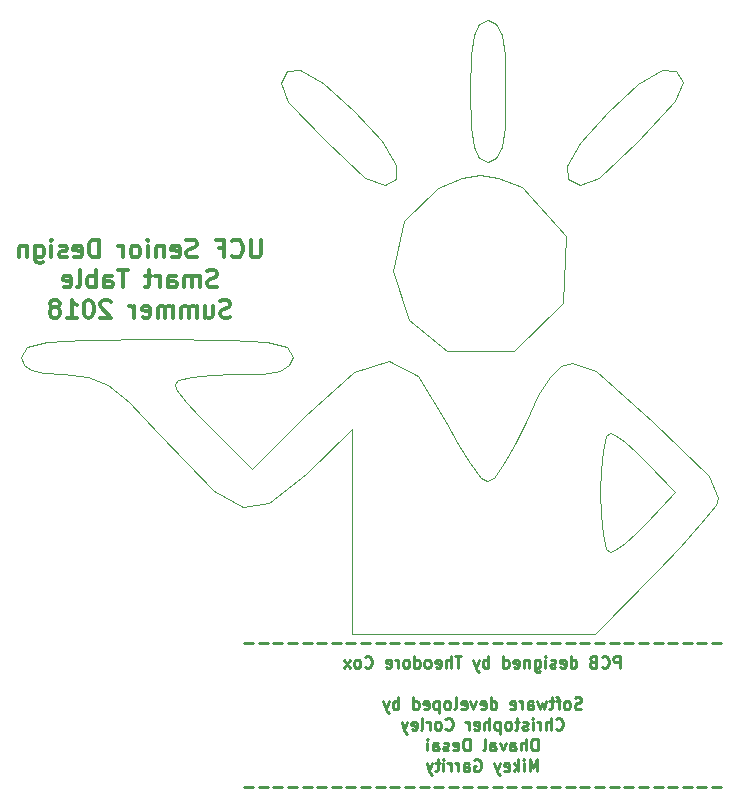
<source format=gbr>
G04 #@! TF.FileFunction,Legend,Bot*
%FSLAX46Y46*%
G04 Gerber Fmt 4.6, Leading zero omitted, Abs format (unit mm)*
G04 Created by KiCad (PCBNEW 4.0.7) date 06/10/18 15:24:31*
%MOMM*%
%LPD*%
G01*
G04 APERTURE LIST*
%ADD10C,0.100000*%
%ADD11C,0.250000*%
%ADD12C,0.300000*%
G04 APERTURE END LIST*
D10*
D11*
X120790472Y-129746429D02*
X120028567Y-129746429D01*
X119552377Y-129746429D02*
X118790472Y-129746429D01*
X118314282Y-129746429D02*
X117552377Y-129746429D01*
X117076187Y-129746429D02*
X116314282Y-129746429D01*
X115838092Y-129746429D02*
X115076187Y-129746429D01*
X114599997Y-129746429D02*
X113838092Y-129746429D01*
X113361902Y-129746429D02*
X112599997Y-129746429D01*
X112123807Y-129746429D02*
X111361902Y-129746429D01*
X110885712Y-129746429D02*
X110123807Y-129746429D01*
X109647617Y-129746429D02*
X108885712Y-129746429D01*
X108409522Y-129746429D02*
X107647617Y-129746429D01*
X107171427Y-129746429D02*
X106409522Y-129746429D01*
X105933332Y-129746429D02*
X105171427Y-129746429D01*
X104695237Y-129746429D02*
X103933332Y-129746429D01*
X103457142Y-129746429D02*
X102695237Y-129746429D01*
X102219047Y-129746429D02*
X101457142Y-129746429D01*
X100980952Y-129746429D02*
X100219047Y-129746429D01*
X99742857Y-129746429D02*
X98980952Y-129746429D01*
X98504762Y-129746429D02*
X97742857Y-129746429D01*
X97266667Y-129746429D02*
X96504762Y-129746429D01*
X96028572Y-129746429D02*
X95266667Y-129746429D01*
X94790477Y-129746429D02*
X94028572Y-129746429D01*
X93552382Y-129746429D02*
X92790477Y-129746429D01*
X92314287Y-129746429D02*
X91552382Y-129746429D01*
X91076192Y-129746429D02*
X90314287Y-129746429D01*
X89838097Y-129746429D02*
X89076192Y-129746429D01*
X88600002Y-129746429D02*
X87838097Y-129746429D01*
X87361907Y-129746429D02*
X86600002Y-129746429D01*
X86123812Y-129746429D02*
X85361907Y-129746429D01*
X84885717Y-129746429D02*
X84123812Y-129746429D01*
X83647622Y-129746429D02*
X82885717Y-129746429D01*
X82409527Y-129746429D02*
X81647622Y-129746429D01*
X81171432Y-129746429D02*
X80409527Y-129746429D01*
X112242859Y-131877381D02*
X112242859Y-130877381D01*
X111861906Y-130877381D01*
X111766668Y-130925000D01*
X111719049Y-130972619D01*
X111671430Y-131067857D01*
X111671430Y-131210714D01*
X111719049Y-131305952D01*
X111766668Y-131353571D01*
X111861906Y-131401190D01*
X112242859Y-131401190D01*
X110671430Y-131782143D02*
X110719049Y-131829762D01*
X110861906Y-131877381D01*
X110957144Y-131877381D01*
X111100002Y-131829762D01*
X111195240Y-131734524D01*
X111242859Y-131639286D01*
X111290478Y-131448810D01*
X111290478Y-131305952D01*
X111242859Y-131115476D01*
X111195240Y-131020238D01*
X111100002Y-130925000D01*
X110957144Y-130877381D01*
X110861906Y-130877381D01*
X110719049Y-130925000D01*
X110671430Y-130972619D01*
X109909525Y-131353571D02*
X109766668Y-131401190D01*
X109719049Y-131448810D01*
X109671430Y-131544048D01*
X109671430Y-131686905D01*
X109719049Y-131782143D01*
X109766668Y-131829762D01*
X109861906Y-131877381D01*
X110242859Y-131877381D01*
X110242859Y-130877381D01*
X109909525Y-130877381D01*
X109814287Y-130925000D01*
X109766668Y-130972619D01*
X109719049Y-131067857D01*
X109719049Y-131163095D01*
X109766668Y-131258333D01*
X109814287Y-131305952D01*
X109909525Y-131353571D01*
X110242859Y-131353571D01*
X108052382Y-131877381D02*
X108052382Y-130877381D01*
X108052382Y-131829762D02*
X108147620Y-131877381D01*
X108338097Y-131877381D01*
X108433335Y-131829762D01*
X108480954Y-131782143D01*
X108528573Y-131686905D01*
X108528573Y-131401190D01*
X108480954Y-131305952D01*
X108433335Y-131258333D01*
X108338097Y-131210714D01*
X108147620Y-131210714D01*
X108052382Y-131258333D01*
X107195239Y-131829762D02*
X107290477Y-131877381D01*
X107480954Y-131877381D01*
X107576192Y-131829762D01*
X107623811Y-131734524D01*
X107623811Y-131353571D01*
X107576192Y-131258333D01*
X107480954Y-131210714D01*
X107290477Y-131210714D01*
X107195239Y-131258333D01*
X107147620Y-131353571D01*
X107147620Y-131448810D01*
X107623811Y-131544048D01*
X106766668Y-131829762D02*
X106671430Y-131877381D01*
X106480954Y-131877381D01*
X106385715Y-131829762D01*
X106338096Y-131734524D01*
X106338096Y-131686905D01*
X106385715Y-131591667D01*
X106480954Y-131544048D01*
X106623811Y-131544048D01*
X106719049Y-131496429D01*
X106766668Y-131401190D01*
X106766668Y-131353571D01*
X106719049Y-131258333D01*
X106623811Y-131210714D01*
X106480954Y-131210714D01*
X106385715Y-131258333D01*
X105909525Y-131877381D02*
X105909525Y-131210714D01*
X105909525Y-130877381D02*
X105957144Y-130925000D01*
X105909525Y-130972619D01*
X105861906Y-130925000D01*
X105909525Y-130877381D01*
X105909525Y-130972619D01*
X105004763Y-131210714D02*
X105004763Y-132020238D01*
X105052382Y-132115476D01*
X105100001Y-132163095D01*
X105195240Y-132210714D01*
X105338097Y-132210714D01*
X105433335Y-132163095D01*
X105004763Y-131829762D02*
X105100001Y-131877381D01*
X105290478Y-131877381D01*
X105385716Y-131829762D01*
X105433335Y-131782143D01*
X105480954Y-131686905D01*
X105480954Y-131401190D01*
X105433335Y-131305952D01*
X105385716Y-131258333D01*
X105290478Y-131210714D01*
X105100001Y-131210714D01*
X105004763Y-131258333D01*
X104528573Y-131210714D02*
X104528573Y-131877381D01*
X104528573Y-131305952D02*
X104480954Y-131258333D01*
X104385716Y-131210714D01*
X104242858Y-131210714D01*
X104147620Y-131258333D01*
X104100001Y-131353571D01*
X104100001Y-131877381D01*
X103242858Y-131829762D02*
X103338096Y-131877381D01*
X103528573Y-131877381D01*
X103623811Y-131829762D01*
X103671430Y-131734524D01*
X103671430Y-131353571D01*
X103623811Y-131258333D01*
X103528573Y-131210714D01*
X103338096Y-131210714D01*
X103242858Y-131258333D01*
X103195239Y-131353571D01*
X103195239Y-131448810D01*
X103671430Y-131544048D01*
X102338096Y-131877381D02*
X102338096Y-130877381D01*
X102338096Y-131829762D02*
X102433334Y-131877381D01*
X102623811Y-131877381D01*
X102719049Y-131829762D01*
X102766668Y-131782143D01*
X102814287Y-131686905D01*
X102814287Y-131401190D01*
X102766668Y-131305952D01*
X102719049Y-131258333D01*
X102623811Y-131210714D01*
X102433334Y-131210714D01*
X102338096Y-131258333D01*
X101100001Y-131877381D02*
X101100001Y-130877381D01*
X101100001Y-131258333D02*
X101004763Y-131210714D01*
X100814286Y-131210714D01*
X100719048Y-131258333D01*
X100671429Y-131305952D01*
X100623810Y-131401190D01*
X100623810Y-131686905D01*
X100671429Y-131782143D01*
X100719048Y-131829762D01*
X100814286Y-131877381D01*
X101004763Y-131877381D01*
X101100001Y-131829762D01*
X100290477Y-131210714D02*
X100052382Y-131877381D01*
X99814286Y-131210714D02*
X100052382Y-131877381D01*
X100147620Y-132115476D01*
X100195239Y-132163095D01*
X100290477Y-132210714D01*
X98814286Y-130877381D02*
X98242857Y-130877381D01*
X98528572Y-131877381D02*
X98528572Y-130877381D01*
X97909524Y-131877381D02*
X97909524Y-130877381D01*
X97480952Y-131877381D02*
X97480952Y-131353571D01*
X97528571Y-131258333D01*
X97623809Y-131210714D01*
X97766667Y-131210714D01*
X97861905Y-131258333D01*
X97909524Y-131305952D01*
X96623809Y-131829762D02*
X96719047Y-131877381D01*
X96909524Y-131877381D01*
X97004762Y-131829762D01*
X97052381Y-131734524D01*
X97052381Y-131353571D01*
X97004762Y-131258333D01*
X96909524Y-131210714D01*
X96719047Y-131210714D01*
X96623809Y-131258333D01*
X96576190Y-131353571D01*
X96576190Y-131448810D01*
X97052381Y-131544048D01*
X96004762Y-131877381D02*
X96100000Y-131829762D01*
X96147619Y-131782143D01*
X96195238Y-131686905D01*
X96195238Y-131401190D01*
X96147619Y-131305952D01*
X96100000Y-131258333D01*
X96004762Y-131210714D01*
X95861904Y-131210714D01*
X95766666Y-131258333D01*
X95719047Y-131305952D01*
X95671428Y-131401190D01*
X95671428Y-131686905D01*
X95719047Y-131782143D01*
X95766666Y-131829762D01*
X95861904Y-131877381D01*
X96004762Y-131877381D01*
X94814285Y-131877381D02*
X94814285Y-130877381D01*
X94814285Y-131829762D02*
X94909523Y-131877381D01*
X95100000Y-131877381D01*
X95195238Y-131829762D01*
X95242857Y-131782143D01*
X95290476Y-131686905D01*
X95290476Y-131401190D01*
X95242857Y-131305952D01*
X95195238Y-131258333D01*
X95100000Y-131210714D01*
X94909523Y-131210714D01*
X94814285Y-131258333D01*
X94195238Y-131877381D02*
X94290476Y-131829762D01*
X94338095Y-131782143D01*
X94385714Y-131686905D01*
X94385714Y-131401190D01*
X94338095Y-131305952D01*
X94290476Y-131258333D01*
X94195238Y-131210714D01*
X94052380Y-131210714D01*
X93957142Y-131258333D01*
X93909523Y-131305952D01*
X93861904Y-131401190D01*
X93861904Y-131686905D01*
X93909523Y-131782143D01*
X93957142Y-131829762D01*
X94052380Y-131877381D01*
X94195238Y-131877381D01*
X93433333Y-131877381D02*
X93433333Y-131210714D01*
X93433333Y-131401190D02*
X93385714Y-131305952D01*
X93338095Y-131258333D01*
X93242857Y-131210714D01*
X93147618Y-131210714D01*
X92433332Y-131829762D02*
X92528570Y-131877381D01*
X92719047Y-131877381D01*
X92814285Y-131829762D01*
X92861904Y-131734524D01*
X92861904Y-131353571D01*
X92814285Y-131258333D01*
X92719047Y-131210714D01*
X92528570Y-131210714D01*
X92433332Y-131258333D01*
X92385713Y-131353571D01*
X92385713Y-131448810D01*
X92861904Y-131544048D01*
X90623808Y-131782143D02*
X90671427Y-131829762D01*
X90814284Y-131877381D01*
X90909522Y-131877381D01*
X91052380Y-131829762D01*
X91147618Y-131734524D01*
X91195237Y-131639286D01*
X91242856Y-131448810D01*
X91242856Y-131305952D01*
X91195237Y-131115476D01*
X91147618Y-131020238D01*
X91052380Y-130925000D01*
X90909522Y-130877381D01*
X90814284Y-130877381D01*
X90671427Y-130925000D01*
X90623808Y-130972619D01*
X90052380Y-131877381D02*
X90147618Y-131829762D01*
X90195237Y-131782143D01*
X90242856Y-131686905D01*
X90242856Y-131401190D01*
X90195237Y-131305952D01*
X90147618Y-131258333D01*
X90052380Y-131210714D01*
X89909522Y-131210714D01*
X89814284Y-131258333D01*
X89766665Y-131305952D01*
X89719046Y-131401190D01*
X89719046Y-131686905D01*
X89766665Y-131782143D01*
X89814284Y-131829762D01*
X89909522Y-131877381D01*
X90052380Y-131877381D01*
X89385713Y-131877381D02*
X88861903Y-131210714D01*
X89385713Y-131210714D02*
X88861903Y-131877381D01*
X108957145Y-135329762D02*
X108814288Y-135377381D01*
X108576192Y-135377381D01*
X108480954Y-135329762D01*
X108433335Y-135282143D01*
X108385716Y-135186905D01*
X108385716Y-135091667D01*
X108433335Y-134996429D01*
X108480954Y-134948810D01*
X108576192Y-134901190D01*
X108766669Y-134853571D01*
X108861907Y-134805952D01*
X108909526Y-134758333D01*
X108957145Y-134663095D01*
X108957145Y-134567857D01*
X108909526Y-134472619D01*
X108861907Y-134425000D01*
X108766669Y-134377381D01*
X108528573Y-134377381D01*
X108385716Y-134425000D01*
X107814288Y-135377381D02*
X107909526Y-135329762D01*
X107957145Y-135282143D01*
X108004764Y-135186905D01*
X108004764Y-134901190D01*
X107957145Y-134805952D01*
X107909526Y-134758333D01*
X107814288Y-134710714D01*
X107671430Y-134710714D01*
X107576192Y-134758333D01*
X107528573Y-134805952D01*
X107480954Y-134901190D01*
X107480954Y-135186905D01*
X107528573Y-135282143D01*
X107576192Y-135329762D01*
X107671430Y-135377381D01*
X107814288Y-135377381D01*
X107195240Y-134710714D02*
X106814288Y-134710714D01*
X107052383Y-135377381D02*
X107052383Y-134520238D01*
X107004764Y-134425000D01*
X106909526Y-134377381D01*
X106814288Y-134377381D01*
X106623811Y-134710714D02*
X106242859Y-134710714D01*
X106480954Y-134377381D02*
X106480954Y-135234524D01*
X106433335Y-135329762D01*
X106338097Y-135377381D01*
X106242859Y-135377381D01*
X106004763Y-134710714D02*
X105814287Y-135377381D01*
X105623810Y-134901190D01*
X105433334Y-135377381D01*
X105242858Y-134710714D01*
X104433334Y-135377381D02*
X104433334Y-134853571D01*
X104480953Y-134758333D01*
X104576191Y-134710714D01*
X104766668Y-134710714D01*
X104861906Y-134758333D01*
X104433334Y-135329762D02*
X104528572Y-135377381D01*
X104766668Y-135377381D01*
X104861906Y-135329762D01*
X104909525Y-135234524D01*
X104909525Y-135139286D01*
X104861906Y-135044048D01*
X104766668Y-134996429D01*
X104528572Y-134996429D01*
X104433334Y-134948810D01*
X103957144Y-135377381D02*
X103957144Y-134710714D01*
X103957144Y-134901190D02*
X103909525Y-134805952D01*
X103861906Y-134758333D01*
X103766668Y-134710714D01*
X103671429Y-134710714D01*
X102957143Y-135329762D02*
X103052381Y-135377381D01*
X103242858Y-135377381D01*
X103338096Y-135329762D01*
X103385715Y-135234524D01*
X103385715Y-134853571D01*
X103338096Y-134758333D01*
X103242858Y-134710714D01*
X103052381Y-134710714D01*
X102957143Y-134758333D01*
X102909524Y-134853571D01*
X102909524Y-134948810D01*
X103385715Y-135044048D01*
X101290476Y-135377381D02*
X101290476Y-134377381D01*
X101290476Y-135329762D02*
X101385714Y-135377381D01*
X101576191Y-135377381D01*
X101671429Y-135329762D01*
X101719048Y-135282143D01*
X101766667Y-135186905D01*
X101766667Y-134901190D01*
X101719048Y-134805952D01*
X101671429Y-134758333D01*
X101576191Y-134710714D01*
X101385714Y-134710714D01*
X101290476Y-134758333D01*
X100433333Y-135329762D02*
X100528571Y-135377381D01*
X100719048Y-135377381D01*
X100814286Y-135329762D01*
X100861905Y-135234524D01*
X100861905Y-134853571D01*
X100814286Y-134758333D01*
X100719048Y-134710714D01*
X100528571Y-134710714D01*
X100433333Y-134758333D01*
X100385714Y-134853571D01*
X100385714Y-134948810D01*
X100861905Y-135044048D01*
X100052381Y-134710714D02*
X99814286Y-135377381D01*
X99576190Y-134710714D01*
X98814285Y-135329762D02*
X98909523Y-135377381D01*
X99100000Y-135377381D01*
X99195238Y-135329762D01*
X99242857Y-135234524D01*
X99242857Y-134853571D01*
X99195238Y-134758333D01*
X99100000Y-134710714D01*
X98909523Y-134710714D01*
X98814285Y-134758333D01*
X98766666Y-134853571D01*
X98766666Y-134948810D01*
X99242857Y-135044048D01*
X98195238Y-135377381D02*
X98290476Y-135329762D01*
X98338095Y-135234524D01*
X98338095Y-134377381D01*
X97671428Y-135377381D02*
X97766666Y-135329762D01*
X97814285Y-135282143D01*
X97861904Y-135186905D01*
X97861904Y-134901190D01*
X97814285Y-134805952D01*
X97766666Y-134758333D01*
X97671428Y-134710714D01*
X97528570Y-134710714D01*
X97433332Y-134758333D01*
X97385713Y-134805952D01*
X97338094Y-134901190D01*
X97338094Y-135186905D01*
X97385713Y-135282143D01*
X97433332Y-135329762D01*
X97528570Y-135377381D01*
X97671428Y-135377381D01*
X96909523Y-134710714D02*
X96909523Y-135710714D01*
X96909523Y-134758333D02*
X96814285Y-134710714D01*
X96623808Y-134710714D01*
X96528570Y-134758333D01*
X96480951Y-134805952D01*
X96433332Y-134901190D01*
X96433332Y-135186905D01*
X96480951Y-135282143D01*
X96528570Y-135329762D01*
X96623808Y-135377381D01*
X96814285Y-135377381D01*
X96909523Y-135329762D01*
X95623808Y-135329762D02*
X95719046Y-135377381D01*
X95909523Y-135377381D01*
X96004761Y-135329762D01*
X96052380Y-135234524D01*
X96052380Y-134853571D01*
X96004761Y-134758333D01*
X95909523Y-134710714D01*
X95719046Y-134710714D01*
X95623808Y-134758333D01*
X95576189Y-134853571D01*
X95576189Y-134948810D01*
X96052380Y-135044048D01*
X94719046Y-135377381D02*
X94719046Y-134377381D01*
X94719046Y-135329762D02*
X94814284Y-135377381D01*
X95004761Y-135377381D01*
X95099999Y-135329762D01*
X95147618Y-135282143D01*
X95195237Y-135186905D01*
X95195237Y-134901190D01*
X95147618Y-134805952D01*
X95099999Y-134758333D01*
X95004761Y-134710714D01*
X94814284Y-134710714D01*
X94719046Y-134758333D01*
X93480951Y-135377381D02*
X93480951Y-134377381D01*
X93480951Y-134758333D02*
X93385713Y-134710714D01*
X93195236Y-134710714D01*
X93099998Y-134758333D01*
X93052379Y-134805952D01*
X93004760Y-134901190D01*
X93004760Y-135186905D01*
X93052379Y-135282143D01*
X93099998Y-135329762D01*
X93195236Y-135377381D01*
X93385713Y-135377381D01*
X93480951Y-135329762D01*
X92671427Y-134710714D02*
X92433332Y-135377381D01*
X92195236Y-134710714D02*
X92433332Y-135377381D01*
X92528570Y-135615476D01*
X92576189Y-135663095D01*
X92671427Y-135710714D01*
X106790477Y-137032143D02*
X106838096Y-137079762D01*
X106980953Y-137127381D01*
X107076191Y-137127381D01*
X107219049Y-137079762D01*
X107314287Y-136984524D01*
X107361906Y-136889286D01*
X107409525Y-136698810D01*
X107409525Y-136555952D01*
X107361906Y-136365476D01*
X107314287Y-136270238D01*
X107219049Y-136175000D01*
X107076191Y-136127381D01*
X106980953Y-136127381D01*
X106838096Y-136175000D01*
X106790477Y-136222619D01*
X106361906Y-137127381D02*
X106361906Y-136127381D01*
X105933334Y-137127381D02*
X105933334Y-136603571D01*
X105980953Y-136508333D01*
X106076191Y-136460714D01*
X106219049Y-136460714D01*
X106314287Y-136508333D01*
X106361906Y-136555952D01*
X105457144Y-137127381D02*
X105457144Y-136460714D01*
X105457144Y-136651190D02*
X105409525Y-136555952D01*
X105361906Y-136508333D01*
X105266668Y-136460714D01*
X105171429Y-136460714D01*
X104838096Y-137127381D02*
X104838096Y-136460714D01*
X104838096Y-136127381D02*
X104885715Y-136175000D01*
X104838096Y-136222619D01*
X104790477Y-136175000D01*
X104838096Y-136127381D01*
X104838096Y-136222619D01*
X104409525Y-137079762D02*
X104314287Y-137127381D01*
X104123811Y-137127381D01*
X104028572Y-137079762D01*
X103980953Y-136984524D01*
X103980953Y-136936905D01*
X104028572Y-136841667D01*
X104123811Y-136794048D01*
X104266668Y-136794048D01*
X104361906Y-136746429D01*
X104409525Y-136651190D01*
X104409525Y-136603571D01*
X104361906Y-136508333D01*
X104266668Y-136460714D01*
X104123811Y-136460714D01*
X104028572Y-136508333D01*
X103695239Y-136460714D02*
X103314287Y-136460714D01*
X103552382Y-136127381D02*
X103552382Y-136984524D01*
X103504763Y-137079762D01*
X103409525Y-137127381D01*
X103314287Y-137127381D01*
X102838096Y-137127381D02*
X102933334Y-137079762D01*
X102980953Y-137032143D01*
X103028572Y-136936905D01*
X103028572Y-136651190D01*
X102980953Y-136555952D01*
X102933334Y-136508333D01*
X102838096Y-136460714D01*
X102695238Y-136460714D01*
X102600000Y-136508333D01*
X102552381Y-136555952D01*
X102504762Y-136651190D01*
X102504762Y-136936905D01*
X102552381Y-137032143D01*
X102600000Y-137079762D01*
X102695238Y-137127381D01*
X102838096Y-137127381D01*
X102076191Y-136460714D02*
X102076191Y-137460714D01*
X102076191Y-136508333D02*
X101980953Y-136460714D01*
X101790476Y-136460714D01*
X101695238Y-136508333D01*
X101647619Y-136555952D01*
X101600000Y-136651190D01*
X101600000Y-136936905D01*
X101647619Y-137032143D01*
X101695238Y-137079762D01*
X101790476Y-137127381D01*
X101980953Y-137127381D01*
X102076191Y-137079762D01*
X101171429Y-137127381D02*
X101171429Y-136127381D01*
X100742857Y-137127381D02*
X100742857Y-136603571D01*
X100790476Y-136508333D01*
X100885714Y-136460714D01*
X101028572Y-136460714D01*
X101123810Y-136508333D01*
X101171429Y-136555952D01*
X99885714Y-137079762D02*
X99980952Y-137127381D01*
X100171429Y-137127381D01*
X100266667Y-137079762D01*
X100314286Y-136984524D01*
X100314286Y-136603571D01*
X100266667Y-136508333D01*
X100171429Y-136460714D01*
X99980952Y-136460714D01*
X99885714Y-136508333D01*
X99838095Y-136603571D01*
X99838095Y-136698810D01*
X100314286Y-136794048D01*
X99409524Y-137127381D02*
X99409524Y-136460714D01*
X99409524Y-136651190D02*
X99361905Y-136555952D01*
X99314286Y-136508333D01*
X99219048Y-136460714D01*
X99123809Y-136460714D01*
X97457142Y-137032143D02*
X97504761Y-137079762D01*
X97647618Y-137127381D01*
X97742856Y-137127381D01*
X97885714Y-137079762D01*
X97980952Y-136984524D01*
X98028571Y-136889286D01*
X98076190Y-136698810D01*
X98076190Y-136555952D01*
X98028571Y-136365476D01*
X97980952Y-136270238D01*
X97885714Y-136175000D01*
X97742856Y-136127381D01*
X97647618Y-136127381D01*
X97504761Y-136175000D01*
X97457142Y-136222619D01*
X96885714Y-137127381D02*
X96980952Y-137079762D01*
X97028571Y-137032143D01*
X97076190Y-136936905D01*
X97076190Y-136651190D01*
X97028571Y-136555952D01*
X96980952Y-136508333D01*
X96885714Y-136460714D01*
X96742856Y-136460714D01*
X96647618Y-136508333D01*
X96599999Y-136555952D01*
X96552380Y-136651190D01*
X96552380Y-136936905D01*
X96599999Y-137032143D01*
X96647618Y-137079762D01*
X96742856Y-137127381D01*
X96885714Y-137127381D01*
X96123809Y-137127381D02*
X96123809Y-136460714D01*
X96123809Y-136651190D02*
X96076190Y-136555952D01*
X96028571Y-136508333D01*
X95933333Y-136460714D01*
X95838094Y-136460714D01*
X95361904Y-137127381D02*
X95457142Y-137079762D01*
X95504761Y-136984524D01*
X95504761Y-136127381D01*
X94599998Y-137079762D02*
X94695236Y-137127381D01*
X94885713Y-137127381D01*
X94980951Y-137079762D01*
X95028570Y-136984524D01*
X95028570Y-136603571D01*
X94980951Y-136508333D01*
X94885713Y-136460714D01*
X94695236Y-136460714D01*
X94599998Y-136508333D01*
X94552379Y-136603571D01*
X94552379Y-136698810D01*
X95028570Y-136794048D01*
X94219046Y-136460714D02*
X93980951Y-137127381D01*
X93742855Y-136460714D02*
X93980951Y-137127381D01*
X94076189Y-137365476D01*
X94123808Y-137413095D01*
X94219046Y-137460714D01*
X105266667Y-138877381D02*
X105266667Y-137877381D01*
X105028572Y-137877381D01*
X104885714Y-137925000D01*
X104790476Y-138020238D01*
X104742857Y-138115476D01*
X104695238Y-138305952D01*
X104695238Y-138448810D01*
X104742857Y-138639286D01*
X104790476Y-138734524D01*
X104885714Y-138829762D01*
X105028572Y-138877381D01*
X105266667Y-138877381D01*
X104266667Y-138877381D02*
X104266667Y-137877381D01*
X103838095Y-138877381D02*
X103838095Y-138353571D01*
X103885714Y-138258333D01*
X103980952Y-138210714D01*
X104123810Y-138210714D01*
X104219048Y-138258333D01*
X104266667Y-138305952D01*
X102933333Y-138877381D02*
X102933333Y-138353571D01*
X102980952Y-138258333D01*
X103076190Y-138210714D01*
X103266667Y-138210714D01*
X103361905Y-138258333D01*
X102933333Y-138829762D02*
X103028571Y-138877381D01*
X103266667Y-138877381D01*
X103361905Y-138829762D01*
X103409524Y-138734524D01*
X103409524Y-138639286D01*
X103361905Y-138544048D01*
X103266667Y-138496429D01*
X103028571Y-138496429D01*
X102933333Y-138448810D01*
X102552381Y-138210714D02*
X102314286Y-138877381D01*
X102076190Y-138210714D01*
X101266666Y-138877381D02*
X101266666Y-138353571D01*
X101314285Y-138258333D01*
X101409523Y-138210714D01*
X101600000Y-138210714D01*
X101695238Y-138258333D01*
X101266666Y-138829762D02*
X101361904Y-138877381D01*
X101600000Y-138877381D01*
X101695238Y-138829762D01*
X101742857Y-138734524D01*
X101742857Y-138639286D01*
X101695238Y-138544048D01*
X101600000Y-138496429D01*
X101361904Y-138496429D01*
X101266666Y-138448810D01*
X100647619Y-138877381D02*
X100742857Y-138829762D01*
X100790476Y-138734524D01*
X100790476Y-137877381D01*
X99504761Y-138877381D02*
X99504761Y-137877381D01*
X99266666Y-137877381D01*
X99123808Y-137925000D01*
X99028570Y-138020238D01*
X98980951Y-138115476D01*
X98933332Y-138305952D01*
X98933332Y-138448810D01*
X98980951Y-138639286D01*
X99028570Y-138734524D01*
X99123808Y-138829762D01*
X99266666Y-138877381D01*
X99504761Y-138877381D01*
X98123808Y-138829762D02*
X98219046Y-138877381D01*
X98409523Y-138877381D01*
X98504761Y-138829762D01*
X98552380Y-138734524D01*
X98552380Y-138353571D01*
X98504761Y-138258333D01*
X98409523Y-138210714D01*
X98219046Y-138210714D01*
X98123808Y-138258333D01*
X98076189Y-138353571D01*
X98076189Y-138448810D01*
X98552380Y-138544048D01*
X97695237Y-138829762D02*
X97599999Y-138877381D01*
X97409523Y-138877381D01*
X97314284Y-138829762D01*
X97266665Y-138734524D01*
X97266665Y-138686905D01*
X97314284Y-138591667D01*
X97409523Y-138544048D01*
X97552380Y-138544048D01*
X97647618Y-138496429D01*
X97695237Y-138401190D01*
X97695237Y-138353571D01*
X97647618Y-138258333D01*
X97552380Y-138210714D01*
X97409523Y-138210714D01*
X97314284Y-138258333D01*
X96409522Y-138877381D02*
X96409522Y-138353571D01*
X96457141Y-138258333D01*
X96552379Y-138210714D01*
X96742856Y-138210714D01*
X96838094Y-138258333D01*
X96409522Y-138829762D02*
X96504760Y-138877381D01*
X96742856Y-138877381D01*
X96838094Y-138829762D01*
X96885713Y-138734524D01*
X96885713Y-138639286D01*
X96838094Y-138544048D01*
X96742856Y-138496429D01*
X96504760Y-138496429D01*
X96409522Y-138448810D01*
X95933332Y-138877381D02*
X95933332Y-138210714D01*
X95933332Y-137877381D02*
X95980951Y-137925000D01*
X95933332Y-137972619D01*
X95885713Y-137925000D01*
X95933332Y-137877381D01*
X95933332Y-137972619D01*
X105242858Y-140627381D02*
X105242858Y-139627381D01*
X104909524Y-140341667D01*
X104576191Y-139627381D01*
X104576191Y-140627381D01*
X104100001Y-140627381D02*
X104100001Y-139960714D01*
X104100001Y-139627381D02*
X104147620Y-139675000D01*
X104100001Y-139722619D01*
X104052382Y-139675000D01*
X104100001Y-139627381D01*
X104100001Y-139722619D01*
X103623811Y-140627381D02*
X103623811Y-139627381D01*
X103528573Y-140246429D02*
X103242858Y-140627381D01*
X103242858Y-139960714D02*
X103623811Y-140341667D01*
X102433334Y-140579762D02*
X102528572Y-140627381D01*
X102719049Y-140627381D01*
X102814287Y-140579762D01*
X102861906Y-140484524D01*
X102861906Y-140103571D01*
X102814287Y-140008333D01*
X102719049Y-139960714D01*
X102528572Y-139960714D01*
X102433334Y-140008333D01*
X102385715Y-140103571D01*
X102385715Y-140198810D01*
X102861906Y-140294048D01*
X102052382Y-139960714D02*
X101814287Y-140627381D01*
X101576191Y-139960714D02*
X101814287Y-140627381D01*
X101909525Y-140865476D01*
X101957144Y-140913095D01*
X102052382Y-140960714D01*
X99909524Y-139675000D02*
X100004762Y-139627381D01*
X100147619Y-139627381D01*
X100290477Y-139675000D01*
X100385715Y-139770238D01*
X100433334Y-139865476D01*
X100480953Y-140055952D01*
X100480953Y-140198810D01*
X100433334Y-140389286D01*
X100385715Y-140484524D01*
X100290477Y-140579762D01*
X100147619Y-140627381D01*
X100052381Y-140627381D01*
X99909524Y-140579762D01*
X99861905Y-140532143D01*
X99861905Y-140198810D01*
X100052381Y-140198810D01*
X99004762Y-140627381D02*
X99004762Y-140103571D01*
X99052381Y-140008333D01*
X99147619Y-139960714D01*
X99338096Y-139960714D01*
X99433334Y-140008333D01*
X99004762Y-140579762D02*
X99100000Y-140627381D01*
X99338096Y-140627381D01*
X99433334Y-140579762D01*
X99480953Y-140484524D01*
X99480953Y-140389286D01*
X99433334Y-140294048D01*
X99338096Y-140246429D01*
X99100000Y-140246429D01*
X99004762Y-140198810D01*
X98528572Y-140627381D02*
X98528572Y-139960714D01*
X98528572Y-140151190D02*
X98480953Y-140055952D01*
X98433334Y-140008333D01*
X98338096Y-139960714D01*
X98242857Y-139960714D01*
X97909524Y-140627381D02*
X97909524Y-139960714D01*
X97909524Y-140151190D02*
X97861905Y-140055952D01*
X97814286Y-140008333D01*
X97719048Y-139960714D01*
X97623809Y-139960714D01*
X97290476Y-140627381D02*
X97290476Y-139960714D01*
X97290476Y-139627381D02*
X97338095Y-139675000D01*
X97290476Y-139722619D01*
X97242857Y-139675000D01*
X97290476Y-139627381D01*
X97290476Y-139722619D01*
X96957143Y-139960714D02*
X96576191Y-139960714D01*
X96814286Y-139627381D02*
X96814286Y-140484524D01*
X96766667Y-140579762D01*
X96671429Y-140627381D01*
X96576191Y-140627381D01*
X96338095Y-139960714D02*
X96100000Y-140627381D01*
X95861904Y-139960714D02*
X96100000Y-140627381D01*
X96195238Y-140865476D01*
X96242857Y-140913095D01*
X96338095Y-140960714D01*
X120790472Y-141996429D02*
X120028567Y-141996429D01*
X119552377Y-141996429D02*
X118790472Y-141996429D01*
X118314282Y-141996429D02*
X117552377Y-141996429D01*
X117076187Y-141996429D02*
X116314282Y-141996429D01*
X115838092Y-141996429D02*
X115076187Y-141996429D01*
X114599997Y-141996429D02*
X113838092Y-141996429D01*
X113361902Y-141996429D02*
X112599997Y-141996429D01*
X112123807Y-141996429D02*
X111361902Y-141996429D01*
X110885712Y-141996429D02*
X110123807Y-141996429D01*
X109647617Y-141996429D02*
X108885712Y-141996429D01*
X108409522Y-141996429D02*
X107647617Y-141996429D01*
X107171427Y-141996429D02*
X106409522Y-141996429D01*
X105933332Y-141996429D02*
X105171427Y-141996429D01*
X104695237Y-141996429D02*
X103933332Y-141996429D01*
X103457142Y-141996429D02*
X102695237Y-141996429D01*
X102219047Y-141996429D02*
X101457142Y-141996429D01*
X100980952Y-141996429D02*
X100219047Y-141996429D01*
X99742857Y-141996429D02*
X98980952Y-141996429D01*
X98504762Y-141996429D02*
X97742857Y-141996429D01*
X97266667Y-141996429D02*
X96504762Y-141996429D01*
X96028572Y-141996429D02*
X95266667Y-141996429D01*
X94790477Y-141996429D02*
X94028572Y-141996429D01*
X93552382Y-141996429D02*
X92790477Y-141996429D01*
X92314287Y-141996429D02*
X91552382Y-141996429D01*
X91076192Y-141996429D02*
X90314287Y-141996429D01*
X89838097Y-141996429D02*
X89076192Y-141996429D01*
X88600002Y-141996429D02*
X87838097Y-141996429D01*
X87361907Y-141996429D02*
X86600002Y-141996429D01*
X86123812Y-141996429D02*
X85361907Y-141996429D01*
X84885717Y-141996429D02*
X84123812Y-141996429D01*
X83647622Y-141996429D02*
X82885717Y-141996429D01*
X82409527Y-141996429D02*
X81647622Y-141996429D01*
X81171432Y-141996429D02*
X80409527Y-141996429D01*
D12*
X81814285Y-95628571D02*
X81814285Y-96842857D01*
X81742857Y-96985714D01*
X81671428Y-97057143D01*
X81528571Y-97128571D01*
X81242857Y-97128571D01*
X81099999Y-97057143D01*
X81028571Y-96985714D01*
X80957142Y-96842857D01*
X80957142Y-95628571D01*
X79385713Y-96985714D02*
X79457142Y-97057143D01*
X79671428Y-97128571D01*
X79814285Y-97128571D01*
X80028570Y-97057143D01*
X80171428Y-96914286D01*
X80242856Y-96771429D01*
X80314285Y-96485714D01*
X80314285Y-96271429D01*
X80242856Y-95985714D01*
X80171428Y-95842857D01*
X80028570Y-95700000D01*
X79814285Y-95628571D01*
X79671428Y-95628571D01*
X79457142Y-95700000D01*
X79385713Y-95771429D01*
X78242856Y-96342857D02*
X78742856Y-96342857D01*
X78742856Y-97128571D02*
X78742856Y-95628571D01*
X78028570Y-95628571D01*
X76385714Y-97057143D02*
X76171428Y-97128571D01*
X75814285Y-97128571D01*
X75671428Y-97057143D01*
X75599999Y-96985714D01*
X75528571Y-96842857D01*
X75528571Y-96700000D01*
X75599999Y-96557143D01*
X75671428Y-96485714D01*
X75814285Y-96414286D01*
X76099999Y-96342857D01*
X76242857Y-96271429D01*
X76314285Y-96200000D01*
X76385714Y-96057143D01*
X76385714Y-95914286D01*
X76314285Y-95771429D01*
X76242857Y-95700000D01*
X76099999Y-95628571D01*
X75742857Y-95628571D01*
X75528571Y-95700000D01*
X74314286Y-97057143D02*
X74457143Y-97128571D01*
X74742857Y-97128571D01*
X74885714Y-97057143D01*
X74957143Y-96914286D01*
X74957143Y-96342857D01*
X74885714Y-96200000D01*
X74742857Y-96128571D01*
X74457143Y-96128571D01*
X74314286Y-96200000D01*
X74242857Y-96342857D01*
X74242857Y-96485714D01*
X74957143Y-96628571D01*
X73600000Y-96128571D02*
X73600000Y-97128571D01*
X73600000Y-96271429D02*
X73528572Y-96200000D01*
X73385714Y-96128571D01*
X73171429Y-96128571D01*
X73028572Y-96200000D01*
X72957143Y-96342857D01*
X72957143Y-97128571D01*
X72242857Y-97128571D02*
X72242857Y-96128571D01*
X72242857Y-95628571D02*
X72314286Y-95700000D01*
X72242857Y-95771429D01*
X72171429Y-95700000D01*
X72242857Y-95628571D01*
X72242857Y-95771429D01*
X71314285Y-97128571D02*
X71457143Y-97057143D01*
X71528571Y-96985714D01*
X71600000Y-96842857D01*
X71600000Y-96414286D01*
X71528571Y-96271429D01*
X71457143Y-96200000D01*
X71314285Y-96128571D01*
X71100000Y-96128571D01*
X70957143Y-96200000D01*
X70885714Y-96271429D01*
X70814285Y-96414286D01*
X70814285Y-96842857D01*
X70885714Y-96985714D01*
X70957143Y-97057143D01*
X71100000Y-97128571D01*
X71314285Y-97128571D01*
X70171428Y-97128571D02*
X70171428Y-96128571D01*
X70171428Y-96414286D02*
X70100000Y-96271429D01*
X70028571Y-96200000D01*
X69885714Y-96128571D01*
X69742857Y-96128571D01*
X68100000Y-97128571D02*
X68100000Y-95628571D01*
X67742857Y-95628571D01*
X67528572Y-95700000D01*
X67385714Y-95842857D01*
X67314286Y-95985714D01*
X67242857Y-96271429D01*
X67242857Y-96485714D01*
X67314286Y-96771429D01*
X67385714Y-96914286D01*
X67528572Y-97057143D01*
X67742857Y-97128571D01*
X68100000Y-97128571D01*
X66028572Y-97057143D02*
X66171429Y-97128571D01*
X66457143Y-97128571D01*
X66600000Y-97057143D01*
X66671429Y-96914286D01*
X66671429Y-96342857D01*
X66600000Y-96200000D01*
X66457143Y-96128571D01*
X66171429Y-96128571D01*
X66028572Y-96200000D01*
X65957143Y-96342857D01*
X65957143Y-96485714D01*
X66671429Y-96628571D01*
X65385715Y-97057143D02*
X65242858Y-97128571D01*
X64957143Y-97128571D01*
X64814286Y-97057143D01*
X64742858Y-96914286D01*
X64742858Y-96842857D01*
X64814286Y-96700000D01*
X64957143Y-96628571D01*
X65171429Y-96628571D01*
X65314286Y-96557143D01*
X65385715Y-96414286D01*
X65385715Y-96342857D01*
X65314286Y-96200000D01*
X65171429Y-96128571D01*
X64957143Y-96128571D01*
X64814286Y-96200000D01*
X64100000Y-97128571D02*
X64100000Y-96128571D01*
X64100000Y-95628571D02*
X64171429Y-95700000D01*
X64100000Y-95771429D01*
X64028572Y-95700000D01*
X64100000Y-95628571D01*
X64100000Y-95771429D01*
X62742857Y-96128571D02*
X62742857Y-97342857D01*
X62814286Y-97485714D01*
X62885714Y-97557143D01*
X63028571Y-97628571D01*
X63242857Y-97628571D01*
X63385714Y-97557143D01*
X62742857Y-97057143D02*
X62885714Y-97128571D01*
X63171428Y-97128571D01*
X63314286Y-97057143D01*
X63385714Y-96985714D01*
X63457143Y-96842857D01*
X63457143Y-96414286D01*
X63385714Y-96271429D01*
X63314286Y-96200000D01*
X63171428Y-96128571D01*
X62885714Y-96128571D01*
X62742857Y-96200000D01*
X62028571Y-96128571D02*
X62028571Y-97128571D01*
X62028571Y-96271429D02*
X61957143Y-96200000D01*
X61814285Y-96128571D01*
X61600000Y-96128571D01*
X61457143Y-96200000D01*
X61385714Y-96342857D01*
X61385714Y-97128571D01*
X78135714Y-99607143D02*
X77921428Y-99678571D01*
X77564285Y-99678571D01*
X77421428Y-99607143D01*
X77349999Y-99535714D01*
X77278571Y-99392857D01*
X77278571Y-99250000D01*
X77349999Y-99107143D01*
X77421428Y-99035714D01*
X77564285Y-98964286D01*
X77849999Y-98892857D01*
X77992857Y-98821429D01*
X78064285Y-98750000D01*
X78135714Y-98607143D01*
X78135714Y-98464286D01*
X78064285Y-98321429D01*
X77992857Y-98250000D01*
X77849999Y-98178571D01*
X77492857Y-98178571D01*
X77278571Y-98250000D01*
X76635714Y-99678571D02*
X76635714Y-98678571D01*
X76635714Y-98821429D02*
X76564286Y-98750000D01*
X76421428Y-98678571D01*
X76207143Y-98678571D01*
X76064286Y-98750000D01*
X75992857Y-98892857D01*
X75992857Y-99678571D01*
X75992857Y-98892857D02*
X75921428Y-98750000D01*
X75778571Y-98678571D01*
X75564286Y-98678571D01*
X75421428Y-98750000D01*
X75350000Y-98892857D01*
X75350000Y-99678571D01*
X73992857Y-99678571D02*
X73992857Y-98892857D01*
X74064286Y-98750000D01*
X74207143Y-98678571D01*
X74492857Y-98678571D01*
X74635714Y-98750000D01*
X73992857Y-99607143D02*
X74135714Y-99678571D01*
X74492857Y-99678571D01*
X74635714Y-99607143D01*
X74707143Y-99464286D01*
X74707143Y-99321429D01*
X74635714Y-99178571D01*
X74492857Y-99107143D01*
X74135714Y-99107143D01*
X73992857Y-99035714D01*
X73278571Y-99678571D02*
X73278571Y-98678571D01*
X73278571Y-98964286D02*
X73207143Y-98821429D01*
X73135714Y-98750000D01*
X72992857Y-98678571D01*
X72850000Y-98678571D01*
X72564286Y-98678571D02*
X71992857Y-98678571D01*
X72350000Y-98178571D02*
X72350000Y-99464286D01*
X72278572Y-99607143D01*
X72135714Y-99678571D01*
X71992857Y-99678571D01*
X70564286Y-98178571D02*
X69707143Y-98178571D01*
X70135714Y-99678571D02*
X70135714Y-98178571D01*
X68564286Y-99678571D02*
X68564286Y-98892857D01*
X68635715Y-98750000D01*
X68778572Y-98678571D01*
X69064286Y-98678571D01*
X69207143Y-98750000D01*
X68564286Y-99607143D02*
X68707143Y-99678571D01*
X69064286Y-99678571D01*
X69207143Y-99607143D01*
X69278572Y-99464286D01*
X69278572Y-99321429D01*
X69207143Y-99178571D01*
X69064286Y-99107143D01*
X68707143Y-99107143D01*
X68564286Y-99035714D01*
X67850000Y-99678571D02*
X67850000Y-98178571D01*
X67850000Y-98750000D02*
X67707143Y-98678571D01*
X67421429Y-98678571D01*
X67278572Y-98750000D01*
X67207143Y-98821429D01*
X67135714Y-98964286D01*
X67135714Y-99392857D01*
X67207143Y-99535714D01*
X67278572Y-99607143D01*
X67421429Y-99678571D01*
X67707143Y-99678571D01*
X67850000Y-99607143D01*
X66278571Y-99678571D02*
X66421429Y-99607143D01*
X66492857Y-99464286D01*
X66492857Y-98178571D01*
X65135715Y-99607143D02*
X65278572Y-99678571D01*
X65564286Y-99678571D01*
X65707143Y-99607143D01*
X65778572Y-99464286D01*
X65778572Y-98892857D01*
X65707143Y-98750000D01*
X65564286Y-98678571D01*
X65278572Y-98678571D01*
X65135715Y-98750000D01*
X65064286Y-98892857D01*
X65064286Y-99035714D01*
X65778572Y-99178571D01*
X79242856Y-102157143D02*
X79028570Y-102228571D01*
X78671427Y-102228571D01*
X78528570Y-102157143D01*
X78457141Y-102085714D01*
X78385713Y-101942857D01*
X78385713Y-101800000D01*
X78457141Y-101657143D01*
X78528570Y-101585714D01*
X78671427Y-101514286D01*
X78957141Y-101442857D01*
X79099999Y-101371429D01*
X79171427Y-101300000D01*
X79242856Y-101157143D01*
X79242856Y-101014286D01*
X79171427Y-100871429D01*
X79099999Y-100800000D01*
X78957141Y-100728571D01*
X78599999Y-100728571D01*
X78385713Y-100800000D01*
X77099999Y-101228571D02*
X77099999Y-102228571D01*
X77742856Y-101228571D02*
X77742856Y-102014286D01*
X77671428Y-102157143D01*
X77528570Y-102228571D01*
X77314285Y-102228571D01*
X77171428Y-102157143D01*
X77099999Y-102085714D01*
X76385713Y-102228571D02*
X76385713Y-101228571D01*
X76385713Y-101371429D02*
X76314285Y-101300000D01*
X76171427Y-101228571D01*
X75957142Y-101228571D01*
X75814285Y-101300000D01*
X75742856Y-101442857D01*
X75742856Y-102228571D01*
X75742856Y-101442857D02*
X75671427Y-101300000D01*
X75528570Y-101228571D01*
X75314285Y-101228571D01*
X75171427Y-101300000D01*
X75099999Y-101442857D01*
X75099999Y-102228571D01*
X74385713Y-102228571D02*
X74385713Y-101228571D01*
X74385713Y-101371429D02*
X74314285Y-101300000D01*
X74171427Y-101228571D01*
X73957142Y-101228571D01*
X73814285Y-101300000D01*
X73742856Y-101442857D01*
X73742856Y-102228571D01*
X73742856Y-101442857D02*
X73671427Y-101300000D01*
X73528570Y-101228571D01*
X73314285Y-101228571D01*
X73171427Y-101300000D01*
X73099999Y-101442857D01*
X73099999Y-102228571D01*
X71814285Y-102157143D02*
X71957142Y-102228571D01*
X72242856Y-102228571D01*
X72385713Y-102157143D01*
X72457142Y-102014286D01*
X72457142Y-101442857D01*
X72385713Y-101300000D01*
X72242856Y-101228571D01*
X71957142Y-101228571D01*
X71814285Y-101300000D01*
X71742856Y-101442857D01*
X71742856Y-101585714D01*
X72457142Y-101728571D01*
X71099999Y-102228571D02*
X71099999Y-101228571D01*
X71099999Y-101514286D02*
X71028571Y-101371429D01*
X70957142Y-101300000D01*
X70814285Y-101228571D01*
X70671428Y-101228571D01*
X69100000Y-100871429D02*
X69028571Y-100800000D01*
X68885714Y-100728571D01*
X68528571Y-100728571D01*
X68385714Y-100800000D01*
X68314285Y-100871429D01*
X68242857Y-101014286D01*
X68242857Y-101157143D01*
X68314285Y-101371429D01*
X69171428Y-102228571D01*
X68242857Y-102228571D01*
X67314286Y-100728571D02*
X67171429Y-100728571D01*
X67028572Y-100800000D01*
X66957143Y-100871429D01*
X66885714Y-101014286D01*
X66814286Y-101300000D01*
X66814286Y-101657143D01*
X66885714Y-101942857D01*
X66957143Y-102085714D01*
X67028572Y-102157143D01*
X67171429Y-102228571D01*
X67314286Y-102228571D01*
X67457143Y-102157143D01*
X67528572Y-102085714D01*
X67600000Y-101942857D01*
X67671429Y-101657143D01*
X67671429Y-101300000D01*
X67600000Y-101014286D01*
X67528572Y-100871429D01*
X67457143Y-100800000D01*
X67314286Y-100728571D01*
X65385715Y-102228571D02*
X66242858Y-102228571D01*
X65814286Y-102228571D02*
X65814286Y-100728571D01*
X65957143Y-100942857D01*
X66100001Y-101085714D01*
X66242858Y-101157143D01*
X64528572Y-101371429D02*
X64671430Y-101300000D01*
X64742858Y-101228571D01*
X64814287Y-101085714D01*
X64814287Y-101014286D01*
X64742858Y-100871429D01*
X64671430Y-100800000D01*
X64528572Y-100728571D01*
X64242858Y-100728571D01*
X64100001Y-100800000D01*
X64028572Y-100871429D01*
X63957144Y-101014286D01*
X63957144Y-101085714D01*
X64028572Y-101228571D01*
X64100001Y-101300000D01*
X64242858Y-101371429D01*
X64528572Y-101371429D01*
X64671430Y-101442857D01*
X64742858Y-101514286D01*
X64814287Y-101657143D01*
X64814287Y-101942857D01*
X64742858Y-102085714D01*
X64671430Y-102157143D01*
X64528572Y-102228571D01*
X64242858Y-102228571D01*
X64100001Y-102157143D01*
X64028572Y-102085714D01*
X63957144Y-101942857D01*
X63957144Y-101657143D01*
X64028572Y-101514286D01*
X64100001Y-101442857D01*
X64242858Y-101371429D01*
D10*
X73031674Y-104038033D02*
X66811699Y-104091542D01*
X62052108Y-104759903D02*
X61531674Y-105538033D01*
X79251649Y-104091542D02*
X73031674Y-104038033D01*
X79531674Y-107038033D02*
X81992163Y-106968790D01*
X84236615Y-106245043D02*
X84531674Y-105538033D01*
X112630410Y-112772408D02*
X113571913Y-113580675D01*
X116880302Y-117038033D02*
X114531674Y-119538033D01*
X84531674Y-105538033D02*
X84011240Y-104759903D01*
X76564280Y-110557228D02*
X75499471Y-109347599D01*
X74685590Y-108307448D02*
X74531674Y-107841866D01*
X111357360Y-122038033D02*
X111033463Y-121787891D01*
X114531674Y-119538033D02*
X113571913Y-120495391D01*
X74777524Y-107526263D02*
X76000424Y-107274159D01*
X75499471Y-109347599D02*
X74685590Y-108307448D01*
X84011240Y-104759903D02*
X82365007Y-104320642D01*
X83448341Y-106713033D02*
X84236615Y-106245043D01*
X110591203Y-115121261D02*
X110774219Y-113506783D01*
X111033463Y-121787891D02*
X110774219Y-120569283D01*
X111033463Y-112288175D02*
X111357360Y-112038033D01*
X112630410Y-121303658D02*
X111808349Y-121901057D01*
X110531674Y-117038033D02*
X110591203Y-115121261D01*
X66811699Y-104091542D02*
X63698341Y-104320642D01*
X77826301Y-111838978D02*
X76564280Y-110557228D01*
X85534509Y-110535144D02*
X81120928Y-115032256D01*
X110774219Y-120569283D02*
X110591203Y-118954805D01*
X113571913Y-113580675D02*
X114531674Y-114538033D01*
X111357360Y-112038033D02*
X111808349Y-112175009D01*
X89696590Y-106871774D02*
X85534509Y-110535144D01*
X81992163Y-106968790D02*
X83448341Y-106713033D01*
X113571913Y-120495391D02*
X112630410Y-121303658D01*
X110591203Y-118954805D02*
X110531674Y-117038033D01*
X63698341Y-104320642D02*
X62052108Y-104759903D01*
X82365007Y-104320642D02*
X79251649Y-104091542D01*
X111808349Y-121901057D02*
X111357360Y-122038033D01*
X110774219Y-113506783D02*
X111033463Y-112288175D01*
X111808349Y-112175009D02*
X112630410Y-112772408D01*
X76000424Y-107274159D02*
X77614877Y-107095977D01*
X74531674Y-107841866D02*
X74777524Y-107526263D01*
X114531674Y-114538033D02*
X116880302Y-117038033D01*
X81120928Y-115032256D02*
X77826301Y-111838978D01*
X77614877Y-107095977D02*
X79531674Y-107038033D01*
X108828726Y-91038033D02*
X110460093Y-90415993D01*
X100438267Y-115774068D02*
X99517735Y-114569283D01*
X85642654Y-115429664D02*
X89531674Y-111632137D01*
X94367282Y-102400119D02*
X97617460Y-105073567D01*
X96852852Y-91226767D02*
X93914348Y-94051690D01*
X120323809Y-118080373D02*
X120531674Y-117472428D01*
X89531674Y-129038033D02*
X99815834Y-129038033D01*
X73246556Y-112065810D02*
X77827364Y-116884349D01*
X68893897Y-107951610D02*
X70668770Y-109354109D01*
X65128913Y-107038033D02*
X67214259Y-107267414D01*
X63469765Y-106957290D02*
X65128913Y-107038033D01*
X98823483Y-90424756D02*
X96852852Y-91226767D01*
X84057019Y-81368982D02*
X83531674Y-82335085D01*
X97617460Y-105073567D02*
X103254936Y-105046655D01*
X110460093Y-90415993D02*
X113787982Y-87255964D01*
X103917032Y-91167753D02*
X101906078Y-90398194D01*
X89531674Y-111632137D02*
X89531674Y-120335085D01*
X103355672Y-112953498D02*
X102423154Y-114569283D01*
X116968627Y-81317733D02*
X115772006Y-81263383D01*
X100358979Y-90168249D02*
X98823483Y-90424756D01*
X110099994Y-129038033D02*
X115315834Y-123756588D01*
X99815834Y-129038033D02*
X110099994Y-129038033D01*
X82527856Y-117942545D02*
X85642654Y-115429664D01*
X105291943Y-108814691D02*
X104247176Y-111038033D01*
X110168825Y-106773717D02*
X108164199Y-106038033D01*
X70668770Y-109354109D02*
X73246556Y-112065810D01*
X119776890Y-115647114D02*
X115055145Y-111101378D01*
X107747505Y-89393284D02*
X107862623Y-90512688D01*
X108871621Y-87468353D02*
X107747505Y-89393284D01*
X101559156Y-115770292D02*
X101004143Y-116038033D01*
X99517735Y-114569283D02*
X98511077Y-112953462D01*
X101004143Y-116038033D02*
X100438267Y-115774068D01*
X118999521Y-119732019D02*
X120323809Y-118080373D01*
X62381214Y-106683786D02*
X63469765Y-106957290D01*
X102423154Y-114569283D02*
X101559156Y-115770292D01*
X104247176Y-111038033D02*
X103355672Y-112953498D01*
X106283555Y-107273362D02*
X105291943Y-108814691D01*
X107237721Y-106344087D02*
X106283555Y-107273362D01*
X108164199Y-106038033D02*
X107237721Y-106344087D01*
X115055145Y-111101378D02*
X110168825Y-106773717D01*
X89531674Y-120335085D02*
X89531674Y-129038033D01*
X87101354Y-82377980D02*
X85176423Y-81253864D01*
X67214259Y-107267414D02*
X68893897Y-107951610D01*
X101906078Y-90398194D02*
X100358979Y-90168249D01*
X120531674Y-117472428D02*
X119776890Y-115647114D01*
X117314177Y-121660259D02*
X118999521Y-119732019D01*
X115315834Y-123756588D02*
X117314177Y-121660259D01*
X80283959Y-118303761D02*
X82527856Y-117942545D01*
X61531674Y-105538033D02*
X61762368Y-106210801D01*
X117531674Y-82245870D02*
X116968627Y-81317733D01*
X77827364Y-116884349D02*
X80283959Y-118303761D01*
X107661329Y-95288094D02*
X103917032Y-91167753D01*
X107394330Y-101001849D02*
X107661329Y-95288094D01*
X103254936Y-105046655D02*
X107394330Y-101001849D01*
X115772006Y-81263383D02*
X113781081Y-82467690D01*
X113787982Y-87255964D02*
X116912293Y-83896452D01*
X92987458Y-98250074D02*
X94367282Y-102400119D01*
X85176423Y-81253864D02*
X84057019Y-81368982D01*
X113781081Y-82467690D02*
X111234622Y-84830196D01*
X111234622Y-84830196D02*
X108871621Y-87468353D01*
X116912293Y-83896452D02*
X117531674Y-82245870D01*
X107862623Y-90512688D02*
X108828726Y-91038033D01*
X61762368Y-106210801D02*
X62381214Y-106683786D01*
X93914348Y-94051690D02*
X92987458Y-98250074D01*
X84153714Y-83966452D02*
X87313743Y-87294341D01*
X83531674Y-82335085D02*
X84153714Y-83966452D01*
X102219174Y-78288033D02*
X101754704Y-77375745D01*
X101754704Y-88700321D02*
X102219174Y-87788033D01*
X99531674Y-83038033D02*
X99596126Y-86073975D01*
X102467222Y-80002091D02*
X102219174Y-78288033D01*
X99844174Y-78288033D02*
X99596126Y-80002091D01*
X89739511Y-84740981D02*
X87101354Y-82377980D01*
X100308644Y-77375745D02*
X99844174Y-78288033D01*
X101754704Y-77375745D02*
X101031674Y-77038033D01*
X102219174Y-87788033D02*
X102467222Y-86073975D01*
X92102017Y-87287440D02*
X89739511Y-84740981D01*
X93306324Y-89278365D02*
X92102017Y-87287440D01*
X100308644Y-88700321D02*
X101031674Y-89038033D01*
X93251974Y-90474986D02*
X93306324Y-89278365D01*
X92323837Y-91038033D02*
X93251974Y-90474986D01*
X87313743Y-87294341D02*
X90673255Y-90418652D01*
X99596126Y-80002091D02*
X99531674Y-83038033D01*
X102531674Y-83038033D02*
X102467222Y-80002091D01*
X99844174Y-87788033D02*
X100308644Y-88700321D01*
X101031674Y-77038033D02*
X100308644Y-77375745D01*
X101031674Y-89038033D02*
X101754704Y-88700321D01*
X102467222Y-86073975D02*
X102531674Y-83038033D01*
X99596126Y-86073975D02*
X99844174Y-87788033D01*
X90673255Y-90418652D02*
X92323837Y-91038033D01*
X97531674Y-111038033D02*
X95150000Y-107200000D01*
X98511077Y-112953462D02*
X97531674Y-111038033D01*
X92670595Y-105940642D02*
X89696590Y-106871774D01*
X95150000Y-107200000D02*
X92670595Y-105940642D01*
M02*

</source>
